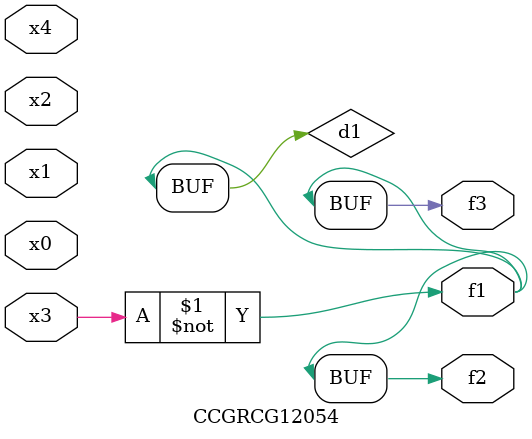
<source format=v>
module CCGRCG12054(
	input x0, x1, x2, x3, x4,
	output f1, f2, f3
);

	wire d1, d2;

	xnor (d1, x3);
	not (d2, x1);
	assign f1 = d1;
	assign f2 = d1;
	assign f3 = d1;
endmodule

</source>
